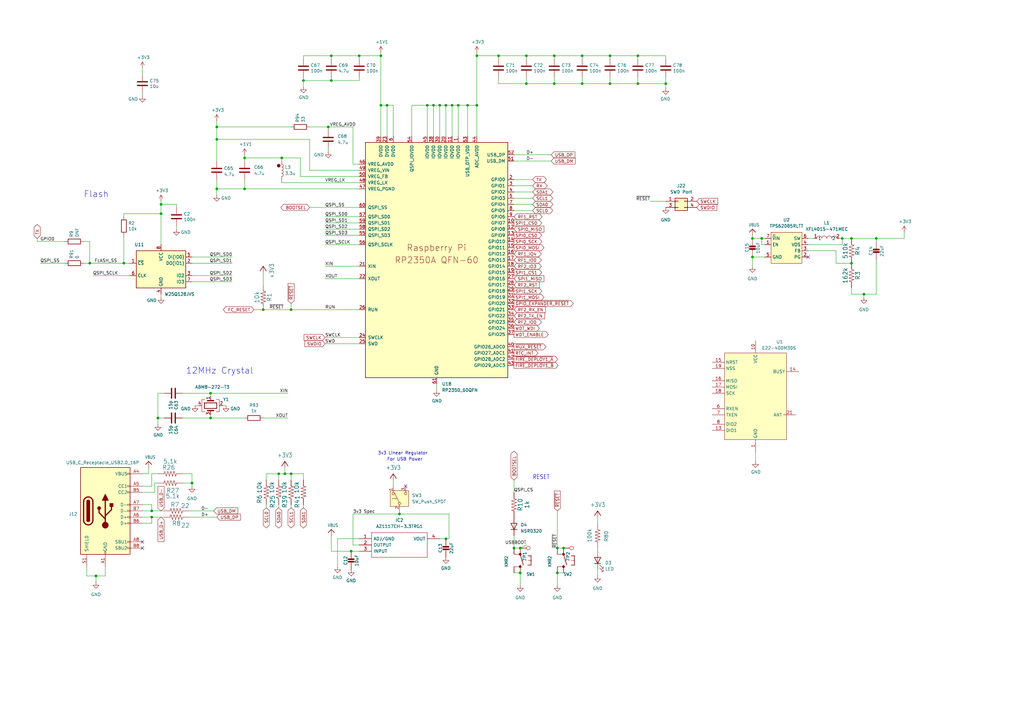
<source format=kicad_sch>
(kicad_sch (version 20250114) (generator "eeschema") (generator_version "9.0")
  (paper "A3")
  (circle (center 114.3 67.945) (radius 0.635) (stroke (width 0) (color 132 0 0 1)) (fill (type color) (color 132 0 0 1)))
  (text "3v3 Linear Regulator" (at 154.94 186.69 0) (effects (font (size 1.27 1.27)) (justify left bottom)))
  (text "For USB Power\n" (at 158.75 189.23 0) (effects (font (size 1.27 1.27)) (justify left bottom)))
  (text "RESET" (at 218.44 196.85 0) (effects (font (size 1.778 1.5113)) (justify left bottom)))
  (text "Flash" (at 34.29 81.28 0) (effects (font (size 2.54 2.54)) (justify left bottom)))
  (text "12MHz Crystal" (at 76.2 153.67 0) (effects (font (size 2.54 2.54)) (justify left bottom)))
  (junction (at 227.33 22.86))
  (junction (at 39.37 236.22))
  (junction (at 66.04 87.63))
  (junction (at 250.19 34.29))
  (junction (at 359.41 97.79))
  (junction (at 238.76 22.86))
  (junction (at 210.82 224.79))
  (junction (at 78.74 198.12))
  (junction (at 187.96 43.18))
  (junction (at 62.23 212.09))
  (junction (at 204.47 22.86))
  (junction (at 36.83 107.95))
  (junction (at 185.42 43.18))
  (junction (at 191.77 43.18))
  (junction (at 107.95 127))
  (junction (at 308.61 97.79))
  (junction (at 116.84 194.31))
  (junction (at 250.19 22.86))
  (junction (at 213.36 234.95))
  (junction (at 135.89 33.02))
  (junction (at 62.23 209.55))
  (junction (at 88.9 57.15))
  (junction (at 114.3 194.31))
  (junction (at 349.25 97.79))
  (junction (at 345.44 97.79))
  (junction (at 64.77 171.45))
  (junction (at 134.62 52.07))
  (junction (at 156.21 43.18))
  (junction (at 261.62 34.29))
  (junction (at 215.9 22.86))
  (junction (at 231.14 224.79))
  (junction (at 180.34 43.18))
  (junction (at 119.38 127))
  (junction (at 158.75 43.18))
  (junction (at 177.8 43.18))
  (junction (at 88.9 52.07))
  (junction (at 88.9 77.47))
  (junction (at 228.6 234.95))
  (junction (at 354.33 120.65))
  (junction (at 182.88 220.98))
  (junction (at 273.05 34.29))
  (junction (at 156.21 22.86))
  (junction (at 50.8 107.95))
  (junction (at 86.36 171.45))
  (junction (at 124.46 33.02))
  (junction (at 86.36 161.29))
  (junction (at 144.018 226.06))
  (junction (at 228.6 224.79))
  (junction (at 147.32 22.86))
  (junction (at 175.26 43.18))
  (junction (at 195.58 43.18))
  (junction (at 100.33 77.47))
  (junction (at 308.61 105.41))
  (junction (at 66.04 83.82))
  (junction (at 100.33 64.77))
  (junction (at 135.89 22.86))
  (junction (at 261.62 22.86))
  (junction (at 349.25 107.95))
  (junction (at 213.36 224.79))
  (junction (at 238.76 34.29))
  (junction (at 163.83 210.82))
  (junction (at 195.58 22.86))
  (junction (at 312.42 97.79))
  (junction (at 215.9 34.29))
  (junction (at 227.33 34.29))
  (junction (at 119.38 194.31))
  (junction (at 182.88 43.18))
  (junction (at 115.57 64.77))
  (no_connect (at 58.42 222.25))
  (no_connect (at 166.37 199.39))
  (no_connect (at 58.42 224.79))
  (no_connect (at 331.47 105.41))
  (wire (pts (xy 119.38 127) (xy 107.95 127)))
  (wire (pts (xy 77.47 209.55) (xy 87.63 209.55)))
  (wire (pts (xy 78.74 113.03) (xy 95.25 113.03)))
  (wire (pts (xy 72.39 85.09) (xy 72.39 83.82)))
  (wire (pts (xy 250.19 24.13) (xy 250.19 22.86)))
  (wire (pts (xy 62.23 214.63) (xy 58.42 214.63)))
  (wire (pts (xy 39.37 236.22) (xy 35.56 236.22)))
  (wire (pts (xy 147.32 100.33) (xy 133.35 100.33)))
  (wire (pts (xy 116.84 194.31) (xy 116.84 191.77)))
  (wire (pts (xy 88.9 52.07) (xy 88.9 57.15)))
  (wire (pts (xy 78.74 105.41) (xy 95.25 105.41)))
  (wire (pts (xy 144.78 210.82) (xy 163.83 210.82)))
  (wire (pts (xy 64.77 171.45) (xy 64.77 173.99)))
  (wire (pts (xy 184.15 220.98) (xy 182.88 220.98)))
  (wire (pts (xy 345.44 100.33) (xy 345.44 97.79)))
  (wire (pts (xy 62.23 209.55) (xy 58.42 209.55)))
  (wire (pts (xy 124.46 207.01) (xy 124.46 208.28)))
  (wire (pts (xy 359.41 97.79) (xy 359.41 99.06)))
  (wire (pts (xy 144.78 210.82) (xy 144.78 223.52)))
  (wire (pts (xy 349.25 107.95) (xy 342.9 107.95)))
  (wire (pts (xy 124.46 196.85) (xy 124.46 194.31)))
  (wire (pts (xy 66.04 83.82) (xy 66.04 87.63)))
  (wire (pts (xy 133.35 88.9) (xy 147.32 88.9)))
  (wire (pts (xy 74.93 194.31) (xy 78.74 194.31)))
  (wire (pts (xy 50.8 96.52) (xy 50.8 107.95)))
  (wire (pts (xy 78.74 107.95) (xy 95.25 107.95)))
  (wire (pts (xy 238.76 34.29) (xy 227.33 34.29)))
  (wire (pts (xy 135.89 226.06) (xy 144.018 226.06)))
  (wire (pts (xy 273.05 34.29) (xy 273.05 36.195)))
  (wire (pts (xy 64.77 161.29) (xy 64.77 171.45)))
  (wire (pts (xy 261.62 34.29) (xy 250.19 34.29)))
  (wire (pts (xy 228.6 209.55) (xy 228.6 224.79)))
  (wire (pts (xy 124.46 24.13) (xy 124.46 22.86)))
  (wire (pts (xy 168.91 43.18) (xy 175.26 43.18)))
  (wire (pts (xy 88.9 73.66) (xy 88.9 77.47)))
  (wire (pts (xy 135.89 219.71) (xy 135.89 226.06)))
  (wire (pts (xy 119.38 127) (xy 147.32 127)))
  (wire (pts (xy 115.57 64.77) (xy 115.57 66.04)))
  (wire (pts (xy 119.38 124.46) (xy 119.38 127)))
  (wire (pts (xy 163.83 210.82) (xy 184.15 210.82)))
  (wire (pts (xy 36.83 107.95) (xy 50.8 107.95)))
  (wire (pts (xy 50.8 107.95) (xy 53.34 107.95)))
  (wire (pts (xy 195.58 22.86) (xy 204.47 22.86)))
  (wire (pts (xy 349.25 118.11) (xy 349.25 120.65)))
  (wire (pts (xy 177.8 55.88) (xy 177.8 43.18)))
  (wire (pts (xy 67.31 171.45) (xy 64.77 171.45)))
  (wire (pts (xy 210.82 234.95) (xy 213.36 234.95)))
  (wire (pts (xy 238.76 24.13) (xy 238.76 22.86)))
  (wire (pts (xy 147.32 33.02) (xy 147.32 31.75)))
  (wire (pts (xy 345.44 97.79) (xy 349.25 97.79)))
  (wire (pts (xy 168.91 55.88) (xy 168.91 43.18)))
  (wire (pts (xy 88.9 77.47) (xy 100.33 77.47)))
  (wire (pts (xy 308.61 105.41) (xy 308.61 109.22)))
  (wire (pts (xy 43.18 232.41) (xy 43.18 236.22)))
  (wire (pts (xy 127 85.09) (xy 147.32 85.09)))
  (wire (pts (xy 88.9 49.53) (xy 88.9 52.07)))
  (wire (pts (xy 227.33 22.86) (xy 238.76 22.86)))
  (wire (pts (xy 134.62 52.07) (xy 144.78 52.07)))
  (wire (pts (xy 245.11 224.79) (xy 245.11 226.06)))
  (wire (pts (xy 158.75 55.88) (xy 158.75 43.18)))
  (wire (pts (xy 77.47 212.09) (xy 88.9 212.09)))
  (wire (pts (xy 88.9 52.07) (xy 119.38 52.07)))
  (wire (pts (xy 156.21 43.18) (xy 156.21 55.88)))
  (wire (pts (xy 100.33 63.5) (xy 100.33 64.77)))
  (wire (pts (xy 34.29 107.95) (xy 36.83 107.95)))
  (wire (pts (xy 147.32 22.86) (xy 156.21 22.86)))
  (wire (pts (xy 86.36 162.56) (xy 86.36 161.29)))
  (wire (pts (xy 72.39 92.71) (xy 72.39 93.98)))
  (wire (pts (xy 175.26 55.88) (xy 175.26 43.18)))
  (wire (pts (xy 100.33 73.66) (xy 100.33 77.47)))
  (wire (pts (xy 60.96 194.31) (xy 60.96 191.77)))
  (wire (pts (xy 238.76 22.86) (xy 250.19 22.86)))
  (wire (pts (xy 156.21 21.59) (xy 156.21 22.86)))
  (wire (pts (xy 144.78 67.31) (xy 147.32 67.31)))
  (wire (pts (xy 370.84 95.25) (xy 370.84 97.79)))
  (wire (pts (xy 134.62 52.07) (xy 134.62 53.34)))
  (wire (pts (xy 331.47 97.79) (xy 334.01 97.79)))
  (wire (pts (xy 63.5 198.12) (xy 64.77 198.12)))
  (wire (pts (xy 43.18 236.22) (xy 39.37 236.22)))
  (wire (pts (xy 119.38 207.01) (xy 119.38 208.28)))
  (wire (pts (xy 187.96 43.18) (xy 187.96 55.88)))
  (wire (pts (xy 115.57 74.93) (xy 147.32 74.93)))
  (wire (pts (xy 210.82 63.5) (xy 226.06 63.5)))
  (wire (pts (xy 163.83 209.55) (xy 163.83 210.82)))
  (wire (pts (xy 78.74 194.31) (xy 78.74 198.12)))
  (wire (pts (xy 342.9 102.87) (xy 331.47 102.87)))
  (wire (pts (xy 36.83 99.06) (xy 36.83 107.95)))
  (wire (pts (xy 147.32 140.97) (xy 133.35 140.97)))
  (wire (pts (xy 218.44 76.2) (xy 210.82 76.2)))
  (wire (pts (xy 313.69 105.41) (xy 308.61 105.41)))
  (wire (pts (xy 309.88 185.42) (xy 309.88 189.23)))
  (wire (pts (xy 245.11 233.68) (xy 245.11 236.22)))
  (wire (pts (xy 88.9 57.15) (xy 88.9 66.04)))
  (wire (pts (xy 273.05 82.55) (xy 266.7 82.55)))
  (wire (pts (xy 177.8 43.18) (xy 180.34 43.18)))
  (wire (pts (xy 50.8 87.63) (xy 66.04 87.63)))
  (wire (pts (xy 245.11 212.09) (xy 245.11 214.63)))
  (wire (pts (xy 123.19 64.77) (xy 115.57 64.77)))
  (wire (pts (xy 182.88 43.18) (xy 185.42 43.18)))
  (wire (pts (xy 58.42 201.93) (xy 63.5 201.93)))
  (wire (pts (xy 74.93 161.29) (xy 86.36 161.29)))
  (wire (pts (xy 354.33 121.92) (xy 354.33 120.65)))
  (wire (pts (xy 261.62 34.29) (xy 273.05 34.29)))
  (wire (pts (xy 213.36 224.79) (xy 210.82 224.79)))
  (wire (pts (xy 147.32 72.39) (xy 123.19 72.39)))
  (wire (pts (xy 179.07 157.48) (xy 179.07 160.02)))
  (wire (pts (xy 349.25 120.65) (xy 354.33 120.65)))
  (wire (pts (xy 62.23 199.39) (xy 62.23 194.31)))
  (wire (pts (xy 100.33 64.77) (xy 115.57 64.77)))
  (wire (pts (xy 107.95 171.45) (xy 118.11 171.45)))
  (wire (pts (xy 127 57.15) (xy 127 69.85)))
  (wire (pts (xy 204.47 22.86) (xy 215.9 22.86)))
  (wire (pts (xy 135.89 33.02) (xy 147.32 33.02)))
  (wire (pts (xy 331.47 100.33) (xy 345.44 100.33)))
  (wire (pts (xy 15.24 99.06) (xy 26.67 99.06)))
  (wire (pts (xy 227.33 24.13) (xy 227.33 22.86)))
  (wire (pts (xy 156.21 22.86) (xy 156.21 43.18)))
  (wire (pts (xy 135.89 22.86) (xy 147.32 22.86)))
  (wire (pts (xy 184.15 210.82) (xy 184.15 220.98)))
  (wire (pts (xy 273.05 31.75) (xy 273.05 34.29)))
  (wire (pts (xy 250.19 31.75) (xy 250.19 34.29)))
  (wire (pts (xy 62.23 212.09) (xy 58.42 212.09)))
  (wire (pts (xy 135.89 24.13) (xy 135.89 22.86)))
  (wire (pts (xy 62.23 212.09) (xy 62.23 214.63)))
  (wire (pts (xy 215.9 31.75) (xy 215.9 34.29)))
  (wire (pts (xy 210.82 73.66) (xy 218.44 73.66)))
  (wire (pts (xy 133.35 93.98) (xy 147.32 93.98)))
  (wire (pts (xy 161.29 43.18) (xy 161.29 55.88)))
  (wire (pts (xy 134.62 62.23) (xy 134.62 60.96)))
  (wire (pts (xy 133.35 109.22) (xy 147.32 109.22)))
  (wire (pts (xy 158.75 43.18) (xy 161.29 43.18)))
  (wire (pts (xy 215.9 22.86) (xy 227.33 22.86)))
  (wire (pts (xy 119.38 194.31) (xy 116.84 194.31)))
  (wire (pts (xy 250.19 22.86) (xy 261.62 22.86)))
  (wire (pts (xy 58.42 199.39) (xy 62.23 199.39)))
  (wire (pts (xy 62.23 194.31) (xy 64.77 194.31)))
  (wire (pts (xy 204.47 31.75) (xy 204.47 34.29)))
  (wire (pts (xy 67.31 161.29) (xy 64.77 161.29)))
  (wire (pts (xy 16.51 107.95) (xy 26.67 107.95)))
  (wire (pts (xy 210.82 81.28) (xy 218.44 81.28)))
  (wire (pts (xy 62.23 209.55) (xy 62.23 207.01)))
  (wire (pts (xy 250.19 34.29) (xy 238.76 34.29)))
  (wire (pts (xy 135.89 31.75) (xy 135.89 33.02)))
  (wire (pts (xy 147.32 24.13) (xy 147.32 22.86)))
  (wire (pts (xy 88.9 77.47) (xy 88.9 80.01)))
  (wire (pts (xy 144.78 223.52) (xy 147.32 223.52)))
  (wire (pts (xy 238.76 31.75) (xy 238.76 34.29)))
  (wire (pts (xy 138.43 232.41) (xy 138.43 220.98)))
  (wire (pts (xy 175.26 43.18) (xy 177.8 43.18)))
  (wire (pts (xy 359.41 97.79) (xy 370.84 97.79)))
  (wire (pts (xy 312.42 100.33) (xy 313.69 100.33)))
  (wire (pts (xy 180.34 55.88) (xy 180.34 43.18)))
  (wire (pts (xy 231.14 234.95) (xy 228.6 234.95)))
  (wire (pts (xy 63.5 201.93) (xy 63.5 198.12)))
  (wire (pts (xy 115.57 74.93) (xy 115.57 73.66)))
  (wire (pts (xy 62.23 207.01) (xy 58.42 207.01)))
  (wire (pts (xy 35.56 236.22) (xy 35.56 232.41)))
  (wire (pts (xy 104.14 127) (xy 107.95 127)))
  (wire (pts (xy 195.58 22.86) (xy 195.58 43.18)))
  (wire (pts (xy 74.93 171.45) (xy 86.36 171.45)))
  (wire (pts (xy 100.33 66.04) (xy 100.33 64.77)))
  (wire (pts (xy 72.39 83.82) (xy 66.04 83.82)))
  (wire (pts (xy 344.17 97.79) (xy 345.44 97.79)))
  (wire (pts (xy 119.38 196.85) (xy 119.38 194.31)))
  (wire (pts (xy 144.78 52.07) (xy 144.78 67.31)))
  (wire (pts (xy 147.32 114.3) (xy 133.35 114.3)))
  (wire (pts (xy 66.04 82.55) (xy 66.04 83.82)))
  (wire (pts (xy 261.62 24.13) (xy 261.62 22.86)))
  (wire (pts (xy 161.29 196.85) (xy 161.29 199.39)))
  (wire (pts (xy 185.42 43.18) (xy 187.96 43.18)))
  (wire (pts (xy 127 69.85) (xy 147.32 69.85)))
  (wire (pts (xy 308.61 96.52) (xy 308.61 97.79)))
  (wire (pts (xy 86.36 161.29) (xy 118.11 161.29)))
  (wire (pts (xy 210.82 86.36) (xy 218.44 86.36)))
  (wire (pts (xy 78.74 115.57) (xy 95.25 115.57)))
  (wire (pts (xy 133.35 96.52) (xy 147.32 96.52)))
  (wire (pts (xy 187.96 43.18) (xy 191.77 43.18)))
  (wire (pts (xy 191.77 55.88) (xy 191.77 43.18)))
  (wire (pts (xy 124.46 33.02) (xy 124.46 35.56)))
  (wire (pts (xy 127 52.07) (xy 134.62 52.07)))
  (wire (pts (xy 123.19 72.39) (xy 123.19 64.77)))
  (wire (pts (xy 34.29 99.06) (xy 36.83 99.06)))
  (wire (pts (xy 58.42 194.31) (xy 60.96 194.31)))
  (wire (pts (xy 191.77 43.18) (xy 195.58 43.18)))
  (wire (pts (xy 312.42 97.79) (xy 312.42 100.33)))
  (wire (pts (xy 228.6 224.79) (xy 231.14 224.79)))
  (wire (pts (xy 185.42 55.88) (xy 185.42 43.18)))
  (wire (pts (xy 215.9 24.13) (xy 215.9 22.86)))
  (wire (pts (xy 180.34 43.18) (xy 182.88 43.18)))
  (wire (pts (xy 88.9 57.15) (xy 127 57.15)))
  (wire (pts (xy 342.9 107.95) (xy 342.9 102.87)))
  (wire (pts (xy 109.22 207.01) (xy 109.22 208.28)))
  (wire (pts (xy 58.42 38.1) (xy 58.42 39.37)))
  (wire (pts (xy 114.3 194.31) (xy 116.84 194.31)))
  (wire (pts (xy 195.58 43.18) (xy 195.58 55.88)))
  (wire (pts (xy 144.018 226.06) (xy 147.32 226.06)))
  (wire (pts (xy 204.47 24.13) (xy 204.47 22.86)))
  (wire (pts (xy 124.46 22.86) (xy 135.89 22.86)))
  (wire (pts (xy 210.82 83.82) (xy 218.44 83.82)))
  (wire (pts (xy 124.46 31.75) (xy 124.46 33.02)))
  (wire (pts (xy 38.1 113.03) (xy 53.34 113.03)))
  (wire (pts (xy 308.61 97.79) (xy 312.42 97.79)))
  (wire (pts (xy 210.82 219.71) (xy 210.82 224.79)))
  (wire (pts (xy 78.74 198.12) (xy 78.74 199.39)))
  (wire (pts (xy 62.23 209.55) (xy 67.31 209.55)))
  (wire (pts (xy 80.01 166.37) (xy 81.28 166.37)))
  (wire (pts (xy 66.04 87.63) (xy 66.04 100.33)))
  (wire (pts (xy 210.82 78.74) (xy 218.44 78.74)))
  (wire (pts (xy 107.95 111.76) (xy 107.95 116.84)))
  (wire (pts (xy 195.58 21.59) (xy 195.58 22.86)))
  (wire (pts (xy 74.93 198.12) (xy 78.74 198.12)))
  (wire (pts (xy 213.36 234.95) (xy 213.36 240.03)))
  (wire (pts (xy 58.42 27.94) (xy 58.42 30.48)))
  (wire (pts (xy 227.33 31.75) (xy 227.33 34.29)))
  (wire (pts (xy 109.22 196.85) (xy 109.22 194.31)))
  (wire (pts (xy 100.33 77.47) (xy 147.32 77.47)))
  (wire (pts (xy 114.3 194.31) (xy 114.3 196.85)))
  (wire (pts (xy 354.33 120.65) (xy 359.41 120.65)))
  (wire (pts (xy 109.22 194.31) (xy 114.3 194.31)))
  (wire (pts (xy 359.41 106.68) (xy 359.41 120.65)))
  (wire (pts (xy 124.46 194.31) (xy 119.38 194.31)))
  (wire (pts (xy 147.32 138.43) (xy 133.35 138.43)))
  (wire (pts (xy 62.23 212.09) (xy 67.31 212.09)))
  (wire (pts (xy 124.46 33.02) (xy 135.89 33.02)))
  (wire (pts (xy 312.42 97.79) (xy 313.69 97.79)))
  (wire (pts (xy 138.43 220.98) (xy 147.32 220.98)))
  (wire (pts (xy 133.35 91.44) (xy 147.32 91.44)))
  (wire (pts (xy 210.82 66.04) (xy 226.06 66.04)))
  (wire (pts (xy 215.9 223.52) (xy 213.36 224.79)))
  (wire (pts (xy 227.33 34.29) (xy 215.9 34.29)))
  (wire (pts (xy 182.88 55.88) (xy 182.88 43.18)))
  (wire (pts (xy 261.62 31.75) (xy 261.62 34.29)))
  (wire (pts (xy 182.88 220.98) (xy 180.34 220.98)))
  (wire (pts (xy 273.05 24.13) (xy 273.05 22.86)))
  (wire (pts (xy 210.82 196.85) (xy 210.82 201.93)))
  (wire (pts (xy 91.44 166.37) (xy 92.71 166.37)))
  (wire (pts (xy 86.36 171.45) (xy 100.33 171.45)))
  (wire (pts (xy 114.3 207.01) (xy 114.3 208.28)))
  (wire (pts (xy 228.6 240.03) (xy 228.6 234.95)))
  (wire (pts (xy 66.04 120.65) (xy 66.04 121.92)))
  (wire (pts (xy 50.8 88.9) (xy 50.8 87.63)))
  (wire (pts (xy 15.24 97.79) (xy 15.24 99.06)))
  (wire (pts (xy 86.36 170.18) (xy 86.36 171.45)))
  (wire (pts (xy 158.75 43.18) (xy 156.21 43.18)))
  (wire (pts (xy 349.25 97.79) (xy 359.41 97.79)))
  (wire (pts (xy 261.62 22.86) (xy 273.05 22.86)))
  (wire (pts (xy 39.37 236.22) (xy 39.37 238.76)))
  (wire (pts (xy 215.9 34.29) (xy 204.47 34.29)))
  (label "D-" (at 82.55 209.55 0) (effects (font (size 1.2446 1.2446))))
  (label "D+" (at 215.9 63.5 0) (effects (font (size 1.2446 1.2446))))
  (label "RUN" (at 133.35 127 0))
  (label "QSPI_SD3" (at 133.35 96.52 0))
  (label "QSPI_CS" (at 210.82 201.93 0) (effects (font (size 1.2446 1.2446))))
  (label "QSPI_SCLK" (at 133.35 100.33 0))
  (label "VREG_AVDD" (at 135.255 52.07 0))
  (label "XOUT" (at 133.35 114.3 0))
  (label "SWD" (at 133.35 140.97 0))
  (label "QSPI_SS" (at 133.35 85.09 0))
  (label "FLASH_SS" (at 38.735 107.95 0))
  (label "QSPI_SD0" (at 95.25 105.41 180))
  (label "QSPI_SD1" (at 133.35 91.44 0))
  (label "3v3 Spec" (at 144.78 210.82 0))
  (label "QSPI_SS" (at 16.51 107.95 0))
  (label "QSPI_SD1" (at 95.25 107.95 180))
  (label "QSPI_SD0" (at 133.35 88.9 0))
  (label "QSPI_SD2" (at 133.35 93.98 0))
  (label "~{RESET}" (at 228.6 224.79 90) (effects (font (size 1.2446 1.2446))))
  (label "QSPI_SD3" (at 95.25 115.57 180))
  (label "XIN" (at 118.11 161.29 180))
  (label "~{RESET}" (at 266.7 82.55 180) (effects (font (size 1.2446 1.2446))))
  (label "QSPI_SCLK" (at 38.1 113.03 0))
  (label "QSPI_SD2" (at 95.25 113.03 180))
  (label "SWCLK" (at 133.35 138.43 0))
  (label "~{RESET}" (at 110.49 127 0) (effects (font (size 1.2446 1.2446))))
  (label "D+" (at 82.55 212.09 0) (effects (font (size 1.2446 1.2446))))
  (label "XOUT" (at 118.11 171.45 180))
  (label "XIN" (at 133.35 109.22 0))
  (label "GPIO0" (at 16.51 99.06 0))
  (label "D-" (at 215.9 66.04 0) (effects (font (size 1.2446 1.2446))))
  (label "USBBOOT" (at 215.9 223.52 180) (effects (font (size 1.2446 1.2446))))
  (label "VREG_LX" (at 133.35 74.93 0))
  (global_label "SPI0_CS0" (shape output) (at 210.82 96.52 0) (property "Intersheetrefs" "${INTERSHEET_REFS}" (effects (hide yes))))
  (global_label "BOOTSEL" (shape bidirectional) (at 210.82 196.85 90) (property "Intersheetrefs" "${INTERSHEET_REFS}" (effects (hide yes))))
  (global_label "SPI1_SCK" (shape output) (at 210.82 119.38 0) (property "Intersheetrefs" "${INTERSHEET_REFS}" (effects (hide yes))))
  (global_label "SPI1_MISO" (shape input) (at 210.82 114.3 0) (property "Intersheetrefs" "${INTERSHEET_REFS}" (effects (hide yes))))
  (global_label "SWDIO" (shape input) (at 285.75 85.09 0) (property "Intersheetrefs" "${INTERSHEET_REFS}" (effects (hide yes))))
  (global_label "SWCLK" (shape input) (at 133.35 138.43 180) (property "Intersheetrefs" "${INTERSHEET_REFS}" (effects (hide yes))))
  (global_label "WDT_ENABLE" (shape output) (at 210.82 137.16 0) (property "Intersheetrefs" "${INTERSHEET_REFS}" (effects (hide yes))))
  (global_label "~{RESET}" (shape input) (at 228.6 209.55 90) (property "Intersheetrefs" "${INTERSHEET_REFS}" (effects (hide yes))))
  (global_label "~{MUX_RESET}" (shape output) (at 210.82 142.24 0) (property "Intersheetrefs" "${INTERSHEET_REFS}" (effects (hide yes))))
  (global_label "~{FIRE_DEPLOY1_B}" (shape output) (at 210.82 149.86 0) (property "Intersheetrefs" "${INTERSHEET_REFS}" (effects (hide yes))))
  (global_label "RF2_RST" (shape input) (at 210.82 116.84 0) (property "Intersheetrefs" "${INTERSHEET_REFS}" (effects (hide yes))))
  (global_label "RF1_IO0" (shape bidirectional) (at 210.82 106.68 0) (property "Intersheetrefs" "${INTERSHEET_REFS}" (effects (hide yes))))
  (global_label "SCL1" (shape bidirectional) (at 218.44 81.28 0) (property "Intersheetrefs" "${INTERSHEET_REFS}" (effects (hide yes))))
  (global_label "SDA1" (shape bidirectional) (at 218.44 78.74 0) (property "Intersheetrefs" "${INTERSHEET_REFS}" (effects (hide yes))))
  (global_label "SPI1_CS0" (shape output) (at 210.82 91.44 0) (property "Intersheetrefs" "${INTERSHEET_REFS}" (effects (hide yes))))
  (global_label "~{FIRE_DEPLOY1_A}" (shape output) (at 210.82 147.32 0) (property "Intersheetrefs" "${INTERSHEET_REFS}" (effects (hide yes))))
  (global_label "SDA0" (shape bidirectional) (at 218.44 83.82 0) (property "Intersheetrefs" "${INTERSHEET_REFS}" (effects (hide yes))))
  (global_label "RF1_IO4" (shape bidirectional) (at 210.82 104.14 0) (property "Intersheetrefs" "${INTERSHEET_REFS}" (effects (hide yes))))
  (global_label "SCL0" (shape bidirectional) (at 218.44 86.36 0) (property "Intersheetrefs" "${INTERSHEET_REFS}" (effects (hide yes))))
  (global_label "TX" (shape bidirectional) (at 218.44 73.66 0) (property "Intersheetrefs" "${INTERSHEET_REFS}" (effects (hide yes))))
  (global_label "SCL1" (shape bidirectional) (at 119.38 208.28 270) (property "Intersheetrefs" "${INTERSHEET_REFS}" (effects (hide yes))))
  (global_label "SPI0_MISO" (shape input) (at 210.82 93.98 0) (property "Intersheetrefs" "${INTERSHEET_REFS}" (effects (hide yes))))
  (global_label "SWCLK" (shape input) (at 285.75 82.55 0) (property "Intersheetrefs" "${INTERSHEET_REFS}" (effects (hide yes))))
  (global_label "WDT_WDI" (shape output) (at 210.82 134.62 0) (property "Intersheetrefs" "${INTERSHEET_REFS}" (effects (hide yes))))
  (global_label "SDA0" (shape bidirectional) (at 114.3 208.28 270) (property "Intersheetrefs" "${INTERSHEET_REFS}" (effects (hide yes))))
  (global_label "BOOTSEL" (shape bidirectional) (at 127 85.09 180) (property "Intersheetrefs" "${INTERSHEET_REFS}" (effects (hide yes))))
  (global_label "USB_DP" (shape input) (at 226.06 63.5 0) (property "Intersheetrefs" "${INTERSHEET_REFS}" (effects (hide yes))))
  (global_label "TX" (shape bidirectional) (at 15.24 97.79 90) (property "Intersheetrefs" "${INTERSHEET_REFS}" (effects (hide yes))))
  (global_label "RF1_RST" (shape bidirectional) (at 210.82 88.9 0) (property "Intersheetrefs" "${INTERSHEET_REFS}" (effects (hide yes))))
  (global_label "RF2_IO0" (shape bidirectional) (at 210.82 132.08 0) (property "Intersheetrefs" "${INTERSHEET_REFS}" (effects (hide yes))))
  (global_label "USB_DM" (shape input) (at 226.06 66.04 0) (property "Intersheetrefs" "${INTERSHEET_REFS}" (effects (hide yes))))
  (global_label "SCL0" (shape bidirectional) (at 109.22 208.28 270) (property "Intersheetrefs" "${INTERSHEET_REFS}" (effects (hide yes))))
  (global_label "SPI1_CS1" (shape output) (at 210.82 111.76 0) (property "Intersheetrefs" "${INTERSHEET_REFS}" (effects (hide yes))))
  (global_label "USB_DM" (shape input) (at 87.63 209.55 0) (property "Intersheetrefs" "${INTERSHEET_REFS}" (effects (hide yes))))
  (global_label "USB_D-" (shape input) (at 66.04 209.55 90) (property "Intersheetrefs" "${INTERSHEET_REFS}" (effects (hide yes))))
  (global_label "SWDIO" (shape input) (at 133.35 140.97 180) (property "Intersheetrefs" "${INTERSHEET_REFS}" (effects (hide yes))))
  (global_label "~{RESET}" (shape input) (at 119.38 124.46 90) (property "Intersheetrefs" "${INTERSHEET_REFS}" (effects (hide yes))))
  (global_label "SPI0_MOSI" (shape output) (at 210.82 101.6 0) (property "Intersheetrefs" "${INTERSHEET_REFS}" (effects (hide yes))))
  (global_label "SPI0_SCK" (shape output) (at 210.82 99.06 0) (property "Intersheetrefs" "${INTERSHEET_REFS}" (effects (hide yes))))
  (global_label "FC_RESET" (shape bidirectional) (at 104.14 127 180) (property "Intersheetrefs" "${INTERSHEET_REFS}" (effects (hide yes))))
  (global_label "RTC_INT" (shape output) (at 210.82 144.78 0) (property "Intersheetrefs" "${INTERSHEET_REFS}" (effects (hide yes))))
  (global_label "USB_DP" (shape input) (at 88.9 212.09 0) (property "Intersheetrefs" "${INTERSHEET_REFS}" (effects (hide yes))))
  (global_label "RF2_IO3" (shape bidirectional) (at 210.82 109.22 0) (property "Intersheetrefs" "${INTERSHEET_REFS}" (effects (hide yes))))
  (global_label "RF2_TX_EN" (shape input) (at 210.82 129.54 0) (property "Intersheetrefs" "${INTERSHEET_REFS}" (effects (hide yes))))
  (global_label "SDA1" (shape bidirectional) (at 124.46 208.28 270) (property "Intersheetrefs" "${INTERSHEET_REFS}" (effects (hide yes))))
  (global_label "SPI1_MOSI" (shape output) (at 210.82 121.92 0) (property "Intersheetrefs" "${INTERSHEET_REFS}" (effects (hide yes))))
  (global_label "RX" (shape bidirectional) (at 218.44 76.2 0) (property "Intersheetrefs" "${INTERSHEET_REFS}" (effects (hide yes))))
  (global_label "USB_D+" (shape input) (at 66.04 212.09 270) (property "Intersheetrefs" "${INTERSHEET_REFS}" (effects (hide yes))))
  (global_label "~{GPIO_EXPANDER_RESET}" (shape output) (at 210.82 124.46 0) (property "Intersheetrefs" "${INTERSHEET_REFS}" (effects (hide yes))))
  (global_label "RF2_RX_EN" (shape input) (at 210.82 127 0) (property "Intersheetrefs" "${INTERSHEET_REFS}" (effects (hide yes))))
  (symbol (lib_id "Device:C") (at 72.39 88.9 0) (unit 1)
    (property "Reference" "C2" (at 75.311 87.7316 0) (effects (justify left)))
    (property "Value" "100n" (at 75.311 90.043 0) (effects (justify left)))
    (property "Footprint" "Capacitor_SMD:C_0402_1005Metric" (effects (hide yes)))
  )
  (symbol (lib_id "power:+3V3") (at 58.42 27.94 0) (unit 1)
    (property "Reference" "#PWR0157" (effects (hide yes)))
    (property "Value" "+3V3" (at 58.801 23.5458 0))
  )
  (symbol (lib_id "mainboard:RESISTOR0603") (at 349.25 102.87 270) (unit 1)
    (property "Reference" "R4" (at 350.774 102.87 0) (effects (font (size 1.778 1.778)) (justify bottom)))
    (property "Value" "510k" (at 347.726 102.87 0) (effects (font (size 1.778 1.778)) (justify top)))
    (property "Footprint" "Resistor_SMD:R_0603_1608Metric" (effects (hide yes)))
    (property "Description" "100K 0603" (effects (hide yes)))
  )
  (symbol (lib_id "power:+3V3") (at 88.9 49.53 0) (unit 1)
    (property "Reference" "#PWR074" (effects (hide yes)))
    (property "Value" "+3V3" (at 89.281 45.1358 0))
  )
  (symbol (lib_id "Adafruit ItsyBitsy RP2040-eagle-import:SWITCH_TACT_SMT4.6X2.8") (at 231.14 229.87 270) (unit 1)
    (property "Reference" "SW2" (at 231.14 236.22 90) (effects (font (size 1.27 1.0795)) (justify left bottom)))
    (property "Value" "KMR2" (at 224.79 227.965 0) (effects (font (size 1.27 1.0795)) (justify left bottom)))
    (property "Footprint" "FC_DEV_BOARD:BTN_KMR2_4.6X2.8" (effects (hide yes)))
  )
  (symbol (lib_id "Device:R") (at 50.8 92.71 0) (unit 1)
    (property "Reference" "R2" (at 52.578 91.5416 0) (effects (justify left)))
    (property "Value" "10k" (at 52.578 93.853 0) (effects (justify left)))
    (property "Footprint" "Resistor_SMD:R_0402_1005Metric" (effects (hide yes)))
  )
  (symbol (lib_id "Adafruit ItsyBitsy RP2040-eagle-import:SWITCH_TACT_SMT4.6X2.8") (at 213.36 229.87 270) (unit 1)
    (property "Reference" "SW1" (at 215.9 236.22 90) (effects (font (size 1.27 1.0795)) (justify left bottom)))
    (property "Value" "KMR2" (at 207.01 227.965 0) (effects (font (size 1.27 1.0795)) (justify left bottom)))
    (property "Footprint" "FC_DEV_BOARD:BTN_KMR2_4.6X2.8" (effects (hide yes)))
  )
  (symbol (lib_id "Device:C") (at 58.42 34.29 0) (unit 1)
    (property "Reference" "C75" (at 61.341 33.1216 0) (effects (justify left)))
    (property "Value" "10u" (at 61.341 35.433 0) (effects (justify left)))
    (property "Footprint" "Capacitor_SMD:C_0805_2012Metric" (effects (hide yes)))
  )
  (symbol (lib_id "power:GND") (at 92.71 166.37 0) (unit 1)
    (property "Reference" "#PWR079" (effects (hide yes)))
    (property "Value" "GND" (at 96.52 167.64 0))
  )
  (symbol (lib_id "Connector:TestPoint") (at 231.14 224.79 270) (unit 1)
    (property "Reference" "TP2" (at 232.9688 226.2632 0) (effects (justify left)))
    (property "Value" "RESET" (effects (hide yes)))
    (property "Footprint" "TestPoint:TestPoint_Loop_D1.80mm_Drill1.0mm_Beaded" (effects (hide yes)))
  )
  (symbol (lib_id "Adafruit ItsyBitsy RP2040-eagle-import:+3V3") (at 245.11 209.55 0) (unit 1)
    (property "Reference" "#+3V024" (effects (hide yes)))
    (property "Value" "+3V3" (at 245.11 207.01 0) (effects (font (size 1.778 1.5113))))
    (property "Footprint" "Adafruit ItsyBitsy RP2040:" (effects (hide yes)))
  )
  (symbol (lib_name "GND_1") (lib_id "power:GND") (at 78.74 199.39 0) (unit 1)
    (property "Reference" "#PWR090" (effects (hide yes)))
    (property "Value" "GND" (at 78.74 204.47 0))
    (property "Description" "Power symbol creates a global label with name \"GND\" , ground" (effects (hide yes)))
  )
  (symbol (lib_id "MCU_RaspberryPi_RP2350:RP2350_60QFN") (at 179.07 106.68 0) (unit 1)
    (property "Reference" "U18" (at 181.2641 157.48 0) (effects (justify left)))
    (property "Value" "RP2350_60QFN" (at 181.2641 160.02 0) (effects (justify left)))
    (property "Footprint" "RP2350_60QFN_minimal:RP2350-QFN-60-1EP_7x7_P0.4mm_EP3.4x3.4mm_ThermalVias" (effects (hide yes)))
    (property "Datasheet" "https://datasheets.raspberrypi.com/rp2350/rp2350-datasheet.pdf" (effects (hide yes)))
  )
  (symbol (lib_id "Device:C") (at 238.76 27.94 0) (unit 1)
    (property "Reference" "C74" (at 241.681 26.7716 0) (effects (justify left)))
    (property "Value" "100n" (at 241.681 29.083 0) (effects (justify left)))
    (property "Footprint" "Capacitor_SMD:C_0402_1005Metric" (effects (hide yes)))
  )
  (symbol (lib_id "power:+1V1") (at 100.33 63.5 0) (unit 1)
    (property "Reference" "#PWR0111" (effects (hide yes)))
    (property "Value" "+1V1" (at 100.711 59.1058 0))
  )
  (symbol (lib_id "Device:C") (at 88.9 69.85 0) (unit 1)
    (property "Reference" "C65" (at 91.821 69.0153 0) (effects (justify left)))
    (property "Value" "4.7u" (at 91.821 71.5522 0) (effects (justify left)))
    (property "Footprint" "RP2350_60QFN_minimal:C_0402_1005Metric_small_pads" (effects (hide yes)))
  )
  (symbol (lib_id "mainboard:RESISTOR0603") (at 124.46 201.93 90) (unit 1)
    (property "Reference" "R41" (at 122.936 205.74 0) (effects (font (size 1.778 1.778)) (justify bottom)))
    (property "Value" "10k" (at 120.65 199.898 0) (effects (font (size 1.778 1.778)) (justify top)))
    (property "Footprint" "Resistor_SMD:R_0603_1608Metric" (effects (hide yes)))
    (property "Description" "100K 0603" (effects (hide yes)))
  )
  (symbol (lib_id "power:GND") (at 308.61 109.22 0) (unit 1)
    (property "Reference" "#PWR015" (effects (hide yes)))
    (property "Value" "GND" (at 308.61 114.3 0))
  )
  (symbol (lib_id "Device:LED") (at 245.11 229.87 90) (unit 1)
    (property "Reference" "D3" (at 248.158 230.8225 90) (effects (justify right)))
    (property "Value" "LED" (at 248.158 233.3625 90) (effects (justify right)))
    (property "Footprint" "LED_SMD:LED_0603_1608Metric" (effects (hide yes)))
  )
  (symbol (lib_id "Adafruit ItsyBitsy RP2040-eagle-import:CAP_CERAMIC_0603MP") (at 144.018 231.14 0) (unit 1)
    (property "Reference" "C12" (at 141.728 229.89 90))
    (property "Value" "10uF" (at 146.318 229.89 90))
    (property "Footprint" "Capacitor_SMD:C_0603_1608Metric" (effects (hide yes)))
  )
  (symbol (lib_id "Adafruit ItsyBitsy RP2040-eagle-import:VBUS") (at 60.96 189.23 0) (unit 1)
    (property "Reference" "#U$05" (effects (hide yes)))
    (property "Value" "VBUS" (at 59.436 188.214 0) (effects (font (size 1.27 1.0795)) (justify left bottom)))
    (property "Footprint" "Adafruit ItsyBitsy RP2040:" (effects (hide yes)))
  )
  (symbol (lib_id "Device:C") (at 134.62 57.15 0) (unit 1)
    (property "Reference" "C68" (at 138.43 55.88 0) (effects (justify left)))
    (property "Value" "4.7u" (at 138.43 58.42 0) (effects (justify left)))
    (property "Footprint" "Capacitor_SMD:C_0402_1005Metric" (effects (hide yes)))
  )
  (symbol (lib_id "Switch:SW_Push_SPDT") (at 163.83 204.47 90) (unit 1)
    (property "Reference" "SW3" (at 168.91 203.1999 90) (effects (justify right)))
    (property "Value" "SW_Push_SPDT" (at 168.91 205.7399 90) (effects (justify right)))
    (property "Footprint" "easyeda2kicad:SW-TH_SHOU-HAN_SS12D10G4" (effects (hide yes)))
    (property "Datasheet" "https://wmsc.lcsc.com/wmsc/upload/file/pdf/v2/lcsc/2108201830_SHOU-HAN-SS12D10G4-071_C2887259.pdf" (effects (hide yes)))
    (property "Description" "Momentary Switch, single pole double throw" (effects (hide yes)))
  )
  (symbol (lib_id "mainboard:RESISTOR0603") (at 107.95 121.92 270) (unit 1)
    (property "Reference" "R1" (at 109.474 121.92 0) (effects (font (size 1.778 1.778)) (justify bottom)))
    (property "Value" "10k" (at 106.426 121.92 0) (effects (font (size 1.778 1.778)) (justify top)))
    (property "Footprint" "Resistor_SMD:R_0603_1608Metric" (effects (hide yes)))
    (property "Description" "100K 0603" (effects (hide yes)))
  )
  (symbol (lib_id "power:GND") (at 134.62 62.23 0) (unit 1)
    (property "Reference" "#PWR0116" (effects (hide yes)))
    (property "Value" "GND" (at 130.81 63.5 0))
  )
  (symbol (lib_id "easyeda2kicad:E22-400M30S") (at 309.88 160.02 0) (unit 1)
    (property "Reference" "U1" (at 319.786 140.208 0))
    (property "Value" "E22-400M30S" (at 319.532 142.748 0))
    (property "Footprint" "easyeda2kicad:WIRELM-SMD_E22-400M30S" (effects (hide yes)))
    (property "Datasheet" "https://lcsc.com/product-detail/Wireless-Modules_Chengdu-Ebyte-Elec-Tech-E22-400M30S_C411292.html" (effects (hide yes)))
    (property "LCSC Part" "C411292" (effects (hide yes)))
  )
  (symbol (lib_id "Device:L") (at 115.57 69.85 0) (unit 1)
    (property "Reference" "L3" (at 116.84 68.58 0) (effects (justify left)))
    (property "Value" "3.3u" (at 116.84 71.12 0) (effects (justify left)))
    (property "Footprint" "RP2350_60QFN_minimal:L_pol_2016" (effects (hide yes)))
  )
  (symbol (lib_id "power:GND") (at 245.11 236.22 0) (unit 1)
    (property "Reference" "#PWR019" (effects (hide yes)))
    (property "Value" "GND" (at 245.11 241.3 0))
  )
  (symbol (lib_id "Adafruit ItsyBitsy RP2040-eagle-import:VBUS") (at 135.89 217.17 0) (unit 1)
    (property "Reference" "#U$06" (effects (hide yes)))
    (property "Value" "VBUS" (at 134.366 216.154 0) (effects (font (size 1.27 1.0795)) (justify left bottom)))
    (property "Footprint" "Adafruit ItsyBitsy RP2040:" (effects (hide yes)))
  )
  (symbol (lib_id "Adafruit ItsyBitsy RP2040-eagle-import:CAP_CERAMIC_0603MP") (at 182.88 226.06 0) (unit 1)
    (property "Reference" "C13" (at 180.59 224.81 90))
    (property "Value" "22uF" (at 185.18 224.81 90))
    (property "Footprint" "Capacitor_SMD:C_0603_1608Metric" (effects (hide yes)))
  )
  (symbol (lib_id "Adafruit ItsyBitsy RP2040-eagle-import:+3V3") (at 161.29 194.31 0) (unit 1)
    (property "Reference" "#+3V012" (effects (hide yes)))
    (property "Value" "+3V3" (at 161.29 191.77 0) (effects (font (size 1.778 1.5113))))
    (property "Footprint" "Adafruit ItsyBitsy RP2040:" (effects (hide yes)))
  )
  (symbol (lib_id "power:+3V3") (at 195.58 21.59 0) (unit 1)
    (property "Reference" "#PWR0156" (effects (hide yes)))
    (property "Value" "+3V3" (at 195.961 17.1958 0))
  )
  (symbol (lib_id "Device:C") (at 124.46 27.94 0) (unit 1)
    (property "Reference" "C67" (at 127.381 26.7716 0) (effects (justify left)))
    (property "Value" "100n" (at 127.381 29.083 0) (effects (justify left)))
    (property "Footprint" "Capacitor_SMD:C_0402_1005Metric" (effects (hide yes)))
  )
  (symbol (lib_id "mainboard:R-US_R0603") (at 245.11 219.71 270) (unit 1)
    (property "Reference" "R80" (at 248.666 222.25 0) (effects (font (size 1.4986 1.4986)) (justify right)))
    (property "Value" "100k" (at 241.808 222.504 0) (effects (font (size 1.4986 1.4986)) (justify right)))
    (property "Footprint" "Resistor_SMD:R_0603_1608Metric" (effects (hide yes)))
    (property "Description" "787K 0603" (effects (hide yes)))
  )
  (symbol (lib_id "power:GND") (at 138.43 232.41 0) (unit 1)
    (property "Reference" "#PWR017" (effects (hide yes)))
    (property "Value" "GND" (at 138.43 236.8534 0))
  )
  (symbol (lib_id "Device:C") (at 100.33 69.85 0) (unit 1)
    (property "Reference" "C66" (at 104.14 68.58 0) (effects (justify left)))
    (property "Value" "4.7u" (at 104.14 71.12 0) (effects (justify left)))
    (property "Footprint" "RP2350_60QFN_minimal:C_0402_1005Metric_small_pads" (effects (hide yes)))
  )
  (symbol (lib_id "power:GND") (at 213.36 240.03 0) (unit 1)
    (property "Reference" "#PWR020" (effects (hide yes)))
    (property "Value" "GND" (at 213.36 245.11 0))
  )
  (symbol (lib_id "power:GND") (at 88.9 80.01 0) (mirror y) (unit 1)
    (property "Reference" "#PWR075" (effects (hide yes)))
    (property "Value" "GND" (at 92.71 81.28 0))
  )
  (symbol (lib_id "power:GND") (at 144.018 233.68 0) (unit 1)
    (property "Reference" "#PWR018" (effects (hide yes)))
    (property "Value" "GND" (at 144.018 238.1234 0))
  )
  (symbol (lib_id "Connector_Generic:Conn_02x02_Odd_Even") (at 278.13 82.55 0) (unit 1)
    (property "Reference" "J22" (at 279.4 76.2 0))
    (property "Value" "SWD Port" (at 279.4 78.74 0))
    (property "Footprint" "Connector_PinHeader_1.27mm:PinHeader_2x02_P1.27mm_Vertical" (effects (hide yes)))
    (property "Description" "Generic connector, double row, 02x02, odd/even pin numbering scheme (row 1 odd numbers, row 2 even numbers), script generated (kicad-library-utils/schlib/autogen/connector/)" (effects (hide yes)))
  )
  (symbol (lib_id "Adafruit ItsyBitsy RP2040-eagle-import:CAP_CERAMIC_0603MP") (at 308.61 102.87 0) (unit 1)
    (property "Reference" "C15" (at 306.32 101.62 90))
    (property "Value" "10uF" (at 310.91 101.62 90))
    (property "Footprint" "Capacitor_SMD:C_0603_1608Metric" (effects (hide yes)))
  )
  (symbol (lib_id "Device:C") (at 135.89 27.94 0) (unit 1)
    (property "Reference" "C69" (at 138.811 26.7716 0) (effects (justify left)))
    (property "Value" "4.7u" (at 138.811 29.083 0) (effects (justify left)))
    (property "Footprint" "Capacitor_SMD:C_0402_1005Metric" (effects (hide yes)))
  )
  (symbol (lib_id "Device:C") (at 71.12 161.29 270) (unit 1)
    (property "Reference" "C63" (at 72.2884 164.211 0) (effects (justify left)))
    (property "Value" "15p" (at 69.977 164.211 0) (effects (justify left)))
    (property "Footprint" "Capacitor_SMD:C_0402_1005Metric" (effects (hide yes)))
  )
  (symbol (lib_id "mainboard:RESISTOR0603") (at 72.39 209.55 180) (unit 1)
    (property "Reference" "R7" (at 71.7296 205.9432 0) (effects (font (size 1.778 1.778)) (justify bottom)))
    (property "Value" "22" (at 75.946 208.4832 0) (effects (font (size 1.778 1.778)) (justify top)))
    (property "Footprint" "Resistor_SMD:R_0603_1608Metric" (effects (hide yes)))
    (property "Description" "100K 0603" (effects (hide yes)))
  )
  (symbol (lib_id "mainboard:RESISTOR0603") (at 114.3 201.93 90) (unit 1)
    (property "Reference" "R25" (at 112.776 205.74 0) (effects (font (size 1.778 1.778)) (justify bottom)))
    (property "Value" "10k" (at 110.49 199.898 0) (effects (font (size 1.778 1.778)) (justify top)))
    (property "Footprint" "Resistor_SMD:R_0603_1608Metric" (effects (hide yes)))
    (property "Description" "100K 0603" (effects (hide yes)))
  )
  (symbol (lib_id "power:GND") (at 354.33 121.92 0) (unit 1)
    (property "Reference" "#PWR016" (effects (hide yes)))
    (property "Value" "GND" (at 354.33 127 0))
  )
  (symbol (lib_id "mainboard:RESISTOR0603") (at 210.82 207.01 270) (unit 1)
    (property "Reference" "R10" (at 212.344 207.01 0) (effects (font (size 1.778 1.778)) (justify bottom)))
    (property "Value" "1k" (at 217.17 207.01 0) (effects (font (size 1.778 1.778)) (justify top)))
    (property "Footprint" "Resistor_SMD:R_0603_1608Metric" (effects (hide yes)))
    (property "Description" "100K 0603" (effects (hide yes)))
  )
  (symbol (lib_id "Connector:TestPoint") (at 213.36 224.79 270) (unit 1)
    (property "Reference" "TP1" (at 215.1888 226.2632 0) (effects (justify left)))
    (property "Value" "USBBOOT" (effects (hide yes)))
    (property "Footprint" "TestPoint:TestPoint_Loop_D1.80mm_Drill1.0mm_Beaded" (effects (hide yes)))
  )
  (symbol (lib_id "Device:C") (at 227.33 27.94 0) (unit 1)
    (property "Reference" "C73" (at 230.251 26.7716 0) (effects (justify left)))
    (property "Value" "100n" (at 230.251 29.083 0) (effects (justify left)))
    (property "Footprint" "Capacitor_SMD:C_0402_1005Metric" (effects (hide yes)))
  )
  (symbol (lib_id "power:+3V3") (at 66.04 82.55 0) (unit 1)
    (property "Reference" "#PWR013" (effects (hide yes)))
    (property "Value" "+3V3" (at 66.421 78.1558 0))
  )
  (symbol (lib_id "Adafruit ItsyBitsy RP2040-eagle-import:VBUS") (at 308.61 93.98 0) (unit 1)
    (property "Reference" "#U$07" (effects (hide yes)))
    (property "Value" "VBUS" (at 307.086 92.964 0) (effects (font (size 1.27 1.0795)) (justify left bottom)))
    (property "Footprint" "Adafruit ItsyBitsy RP2040:" (effects (hide yes)))
  )
  (symbol (lib_id "Device:R") (at 104.14 171.45 270) (unit 1)
    (property "Reference" "R93" (at 104.14 166.1922 90))
    (property "Value" "1k" (at 104.14 168.5036 90))
    (property "Footprint" "Resistor_SMD:R_0402_1005Metric" (effects (hide yes)))
  )
  (symbol (lib_id "Connector:USB_C_Receptacle_USB2.0_16P") (at 43.18 209.55 0) (unit 1)
    (property "Reference" "J12" (at 31.75 210.8201 0) (effects (justify right)))
    (property "Value" "USB_C_Receptacle_USB2.0_16P" (at 57.15 189.738 0) (effects (justify right)))
    (property "Footprint" "Connector_USB:USB_C_Receptacle_HRO_TYPE-C-31-M-12" (effects (hide yes)))
    (property "Datasheet" "https://www.usb.org/sites/default/files/documents/usb_type-c.zip" (effects (hide yes)))
    (property "Description" "USB 2.0-only 16P Type-C Receptacle connector" (effects (hide yes)))
  )
  (symbol (lib_id "power:GND") (at 72.39 93.98 0) (unit 1)
    (property "Reference" "#PWR033" (effects (hide yes)))
    (property "Value" "GND" (at 76.2 95.25 0))
  )
  (symbol (lib_id "Memory_Flash:W25Q128JVS") (at 66.04 110.49 0) (unit 1)
    (property "Reference" "U11" (at 57.15 100.33 0))
    (property "Value" "W25Q128JVS" (at 73.66 120.65 0))
    (property "Footprint" "Package_SO:SOIC-8_5.3x5.3mm_P1.27mm" (effects (hide yes)))
    (property "Datasheet" "http://www.winbond.com/resource-files/w25q128jv_dtr%20revc%2003272018%20plus.pdf" (effects (hide yes)))
  )
  (symbol (lib_id "Device:C") (at 273.05 27.94 0) (unit 1)
    (property "Reference" "C78" (at 275.971 26.7716 0) (effects (justify left)))
    (property "Value" "100n" (at 275.971 29.083 0) (effects (justify left)))
    (property "Footprint" "Capacitor_SMD:C_0402_1005Metric" (effects (hide yes)))
  )
  (symbol (lib_id "power:GND") (at 80.01 166.37 0) (unit 1)
    (property "Reference" "#PWR055" (effects (hide yes)))
    (property "Value" "GND" (at 76.2 167.64 0))
  )
  (symbol (lib_id "power:GND") (at 124.46 35.56 0) (unit 1)
    (property "Reference" "#PWR0115" (effects (hide yes)))
    (property "Value" "GND" (at 124.587 39.9542 0))
  )
  (symbol (lib_id "Device:C") (at 261.62 27.94 0) (unit 1)
    (property "Reference" "C77" (at 264.541 26.7716 0) (effects (justify left)))
    (property "Value" "100n" (at 264.541 29.083 0) (effects (justify left)))
    (property "Footprint" "Capacitor_SMD:C_0402_1005Metric" (effects (hide yes)))
  )
  (symbol (lib_id "power:+1V1") (at 156.21 21.59 0) (unit 1)
    (property "Reference" "#PWR0148" (effects (hide yes)))
    (property "Value" "+1V1" (at 156.591 17.1958 0))
  )
  (symbol (lib_id "power:GND") (at 182.88 228.6 0) (unit 1)
    (property "Reference" "#PWR022" (effects (hide yes)))
    (property "Value" "GND" (at 182.88 233.0434 0))
  )
  (symbol (lib_id "Adafruit ItsyBitsy RP2040-eagle-import:+3V3") (at 107.95 109.22 0) (mirror y) (unit 1)
    (property "Reference" "#+3V01" (effects (hide yes)))
    (property "Value" "+3V3" (at 110.49 114.3 90) (effects (font (size 1.778 1.5113)) (justify left bottom)))
    (property "Footprint" "Adafruit ItsyBitsy RP2040:" (effects (hide yes)))
  )
  (symbol (lib_name "GND_1") (lib_id "power:GND") (at 39.37 238.76 0) (unit 1)
    (property "Reference" "#PWR086" (effects (hide yes)))
    (property "Value" "GND" (at 39.37 243.84 0))
    (property "Description" "Power symbol creates a global label with name \"GND\" , ground" (effects (hide yes)))
  )
  (symbol (lib_id "power:GND") (at 309.88 189.23 0) (unit 1)
    (property "Reference" "#PWR0154" (effects (hide yes)))
    (property "Value" "GND" (at 310.007 193.6242 0))
  )
  (symbol (lib_id "power:GND") (at 273.05 85.09 0) (unit 1)
    (property "Reference" "#PWR014" (effects (hide yes)))
    (property "Value" "GND" (at 273.05 90.17 0))
  )
  (symbol (lib_id "Adafruit ItsyBitsy RP2040-eagle-import:CAP_CERAMIC_0603MP") (at 359.41 104.14 0) (unit 1)
    (property "Reference" "C14" (at 357.12 102.89 90))
    (property "Value" "22uF" (at 361.71 102.89 90))
    (property "Footprint" "Capacitor_SMD:C_0603_1608Metric" (effects (hide yes)))
  )
  (symbol (lib_id "power:GND") (at 58.42 39.37 0) (unit 1)
    (property "Reference" "#PWR0158" (effects (hide yes)))
    (property "Value" "GND" (at 54.61 40.64 0))
  )
  (symbol (lib_id "Device:R") (at 30.48 99.06 90) (unit 1)
    (property "Reference" "R9" (at 29.3116 97.282 0) (effects (justify left)))
    (property "Value" "DNF" (at 31.623 97.282 0) (effects (justify left)))
    (property "Footprint" "Resistor_SMD:R_0402_1005Metric" (effects (hide yes)))
  )
  (symbol (lib_id "mainboard:RESISTOR0603") (at 69.85 198.12 180) (unit 1) (in_bom no)
    (property "Reference" "R27" (at 70.866 200.152 0) (effects (font (size 1.778 1.778)) (justify bottom)))
    (property "Value" "5.1k" (at 70.866 204.47 0) (effects (font (size 1.778 1.778)) (justify top)))
    (property "Footprint" "Resistor_SMD:R_0603_1608Metric" (effects (hide yes)))
    (property "Description" "5.1k 0603" (effects (hide yes)))
  )
  (symbol (lib_id "AZ1117CH-3.3TRG1:AZ1117CH-3.3TRG1") (at 147.32 220.98 0) (unit 1)
    (property "Reference" "IC2" (at 163.83 213.36 0))
    (property "Value" "AZ1117CH-3.3TRG1" (at 163.83 215.9 0))
    (property "Footprint" "Package_TO_SOT_SMD:SOT-223" (effects (hide yes)))
    (property "Datasheet" "https://datasheet.datasheetarchive.com/originals/distributors/Datasheets-DGA25/1776204.pdf" (effects (hide yes)))
    (property "Description" "1.35A 3.3V LDO Reg. Current Limit SOT223 DiodesZetex AZ1117CH-3.3TRG1, LDO Voltage Regulator, 0.8A, 3.3 V +/-1%, maximum of 15 Vin, 3-Pin SOT-223" (effects (hide yes)))
    (property "Height" "1.8" (effects (hide yes)))
    (property "Mouser Part Number" "621-AZ1117CH-3.3TRG1" (effects (hide yes)))
    (property "Mouser Price/Stock" "https://www.mouser.co.uk/ProductDetail/Diodes-Incorporated/AZ1117CH-3.3TRG1?qs=FKu9oBikfSm7ntaG6olPSQ%3D%3D" (effects (hide yes)))
    (property "Manufacturer_Name" "Diodes Inc." (effects (hide yes)))
    (property "Manufacturer_Part_Number" "AZ1117CH-3.3TRG1" (effects (hide yes)))
  )
  (symbol (lib_id "Diode:1SS355VM") (at 210.82 215.9 90) (unit 1)
    (property "Reference" "D4" (at 213.487 215.265 90) (effects (justify right)))
    (property "Value" "NSR0320" (at 213.487 217.805 90) (effects (justify right)))
    (property "Footprint" "Diode_SMD:D_SOD-323F" (effects (hide yes)))
    (property "Datasheet" "https://fscdn.rohm.com/en/products/databook/datasheet/discrete/diode/switching/1ss355vmte-17-e.pdf" (effects (hide yes)))
    (property "Sim.Device" "D" (effects (hide yes)))
    (property "Sim.Pins" "1=K 2=A" (effects (hide yes)))
  )
  (symbol (lib_id "mainboard:RESISTOR0603") (at 69.85 194.31 180) (unit 1) (in_bom no)
    (property "Reference" "R26" (at 69.1896 190.7032 0) (effects (font (size 1.778 1.778)) (justify bottom)))
    (property "Value" "5.1k" (at 69.85 190.246 0) (effects (font (size 1.778 1.778)) (justify top)))
    (property "Footprint" "Resistor_SMD:R_0603_1608Metric" (effects (hide yes)))
    (property "Description" "5.1k 0603" (effects (hide yes)))
  )
  (symbol (lib_id "easyeda2kicad:XFL4015-471MEC") (at 339.09 97.79 0) (unit 1)
    (property "Reference" "L1" (at 339.09 91.44 0))
    (property "Value" "XFL4015-471MEC" (at 339.09 93.98 0))
    (property "Footprint" "easyeda2kicad:IND-SMD_L4.0-W4.0_XFL4020-102MEB" (effects (hide yes)))
    (property "LCSC Part" "C18221164" (effects (hide yes)))
  )
  (symbol (lib_id "Device:C") (at 250.19 27.94 0) (unit 1)
    (property "Reference" "C76" (at 253.111 26.7716 0) (effects (justify left)))
    (property "Value" "100n" (at 253.111 29.083 0) (effects (justify left)))
    (property "Footprint" "Capacitor_SMD:C_0402_1005Metric" (effects (hide yes)))
  )
  (symbol (lib_id "power:GND") (at 228.6 240.03 0) (unit 1)
    (property "Reference" "#PWR021" (effects (hide yes)))
    (property "Value" "GND" (at 228.6 245.11 0))
  )
  (symbol (lib_id "Device:R") (at 30.48 107.95 90) (unit 1)
    (property "Reference" "R91" (at 29.3116 106.172 0) (effects (justify left)))
    (property "Value" "0" (at 31.623 106.172 0) (effects (justify left)))
    (property "Footprint" "Resistor_SMD:R_0402_1005Metric" (effects (hide yes)))
  )
  (symbol (lib_id "mainboard:RESISTOR0603") (at 109.22 201.93 90) (unit 1)
    (property "Reference" "R6" (at 107.442 204.724 0) (effects (font (size 1.778 1.778)) (justify bottom)))
    (property "Value" "10k" (at 105.41 199.898 0) (effects (font (size 1.778 1.778)) (justify top)))
    (property "Footprint" "Resistor_SMD:R_0603_1608Metric" (effects (hide yes)))
    (property "Description" "100K 0603" (effects (hide yes)))
  )
  (symbol (lib_id "power:GND") (at 179.07 160.02 0) (unit 1)
    (property "Reference" "#PWR0153" (effects (hide yes)))
    (property "Value" "GND" (at 179.197 164.4142 0))
  )
  (symbol (lib_id "power:GND") (at 273.05 36.195 0) (mirror y) (unit 1)
    (property "Reference" "#PWR0159" (effects (hide yes)))
    (property "Value" "GND" (at 272.923 40.5892 0))
  )
  (symbol (lib_id "mainboard:RESISTOR0603") (at 349.25 113.03 270) (unit 1)
    (property "Reference" "R3" (at 350.774 113.03 0) (effects (font (size 1.778 1.778)) (justify bottom)))
    (property "Value" "162k" (at 347.726 113.03 0) (effects (font (size 1.778 1.778)) (justify top)))
    (property "Footprint" "Resistor_SMD:R_0603_1608Metric" (effects (hide yes)))
    (property "Description" "100K 0603" (effects (hide yes)))
  )
  (symbol (lib_id "Device:Crystal_GND24") (at 86.36 166.37 270) (unit 1)
    (property "Reference" "Y1" (at 91.44 163.83 90) (effects (justify left)))
    (property "Value" "ABM8-272-T3" (at 80.01 158.75 90) (effects (justify left)))
    (property "Footprint" "Crystal:Crystal_SMD_3225-4Pin_3.2x2.5mm" (effects (hide yes)))
  )
  (symbol (lib_id "power:GND") (at 66.04 121.92 0) (unit 1)
    (property "Reference" "#PWR031" (effects (hide yes)))
    (property "Value" "GND" (at 62.23 123.19 0))
  )
  (symbol (lib_id "power:+3V3") (at 370.84 95.25 0) (unit 1)
    (property "Reference" "#PWR0160" (effects (hide yes)))
    (property "Value" "+3V3" (at 371.221 90.8558 0))
  )
  (symbol (lib_id "Device:C") (at 215.9 27.94 0) (unit 1)
    (property "Reference" "C72" (at 218.821 26.7716 0) (effects (justify left)))
    (property "Value" "100n" (at 218.821 29.083 0) (effects (justify left)))
    (property "Footprint" "Capacitor_SMD:C_0402_1005Metric" (effects (hide yes)))
  )
  (symbol (lib_id "power:GND") (at 64.77 173.99 0) (unit 1)
    (property "Reference" "#PWR034" (effects (hide yes)))
    (property "Value" "GND" (at 64.897 178.3842 0))
  )
  (symbol (lib_id "mainboard:RESISTOR0603") (at 119.38 201.93 90) (unit 1)
    (property "Reference" "R39" (at 117.856 205.74 0) (effects (font (size 1.778 1.778)) (justify bottom)))
    (property "Value" "10k" (at 115.57 199.898 0) (effects (font (size 1.778 1.778)) (justify top)))
    (property "Footprint" "Resistor_SMD:R_0603_1608Metric" (effects (hide yes)))
    (property "Description" "100K 0603" (effects (hide yes)))
  )
  (symbol (lib_id "mainboard:RESISTOR0603") (at 72.39 212.09 180) (unit 1)
    (property "Reference" "R8" (at 72.39 213.614 0) (effects (font (size 1.778 1.778)) (justify bottom)))
    (property "Value" "22" (at 76.0476 216.5096 0) (effects (font (size 1.778 1.778)) (justify top)))
    (property "Footprint" "Resistor_SMD:R_0603_1608Metric" (effects (hide yes)))
    (property "Description" "100K 0603" (effects (hide yes)))
  )
  (symbol (lib_id "Device:R") (at 123.19 52.07 90) (unit 1)
    (property "Reference" "R94" (at 122.0216 50.292 0) (effects (justify left)))
    (property "Value" "33" (at 124.333 50.292 0) (effects (justify left)))
    (property "Footprint" "Resistor_SMD:R_0402_1005Metric" (effects (hide yes)))
  )
  (symbol (lib_id "Device:C") (at 147.32 27.94 0) (unit 1)
    (property "Reference" "C70" (at 150.241 26.7716 0) (effects (justify left)))
    (property "Value" "100n" (at 150.241 29.083 0) (effects (justify left)))
    (property "Footprint" "Capacitor_SMD:C_0402_1005Metric" (effects (hide yes)))
  )
  (symbol (lib_id "Device:C") (at 71.12 171.45 270) (unit 1)
    (property "Reference" "C64" (at 72.2884 174.371 0) (effects (justify left)))
    (property "Value" "15p" (at 69.977 174.371 0) (effects (justify left)))
    (property "Footprint" "Capacitor_SMD:C_0402_1005Metric" (effects (hide yes)))
  )
  (symbol (lib_id "Device:C") (at 204.47 27.94 0) (unit 1)
    (property "Reference" "C71" (at 207.391 26.7716 0) (effects (justify left)))
    (property "Value" "100n" (at 207.391 29.083 0) (effects (justify left)))
    (property "Footprint" "Capacitor_SMD:C_0402_1005Metric" (effects (hide yes)))
  )
  (symbol (lib_id "easyeda2kicad:TPS62085RLTT") (at 322.58 101.6 0) (unit 1)
    (property "Reference" "U2" (at 322.58 90.17 0))
    (property "Value" "TPS62085RLTT" (at 322.58 92.71 0))
    (property "Footprint" "easyeda2kicad:VSON-7_L2.0-W2.0-P0.5-TL" (effects (hide yes)))
    (property "Datasheet" "https://www.ti.com/lit/ds/symlink/tps62085.pdf?ts=1759557641306&ref_url=https%253A%252F%252Fwww.ti.com%252Fproduct%252FTPS62085" (effects (hide yes)))
    (property "LCSC Part" "C2070694" (effects (hide yes)))
  )
  (symbol (lib_id "Adafruit ItsyBitsy RP2040-eagle-import:+3V3") (at 116.84 189.23 0) (unit 1)
    (property "Reference" "#+3V09" (effects (hide yes)))
    (property "Value" "+3V3" (at 116.84 186.69 0) (effects (font (size 1.778 1.5113))))
    (property "Footprint" "Adafruit ItsyBitsy RP2040:" (effects (hide yes)))
  )
)
</source>
